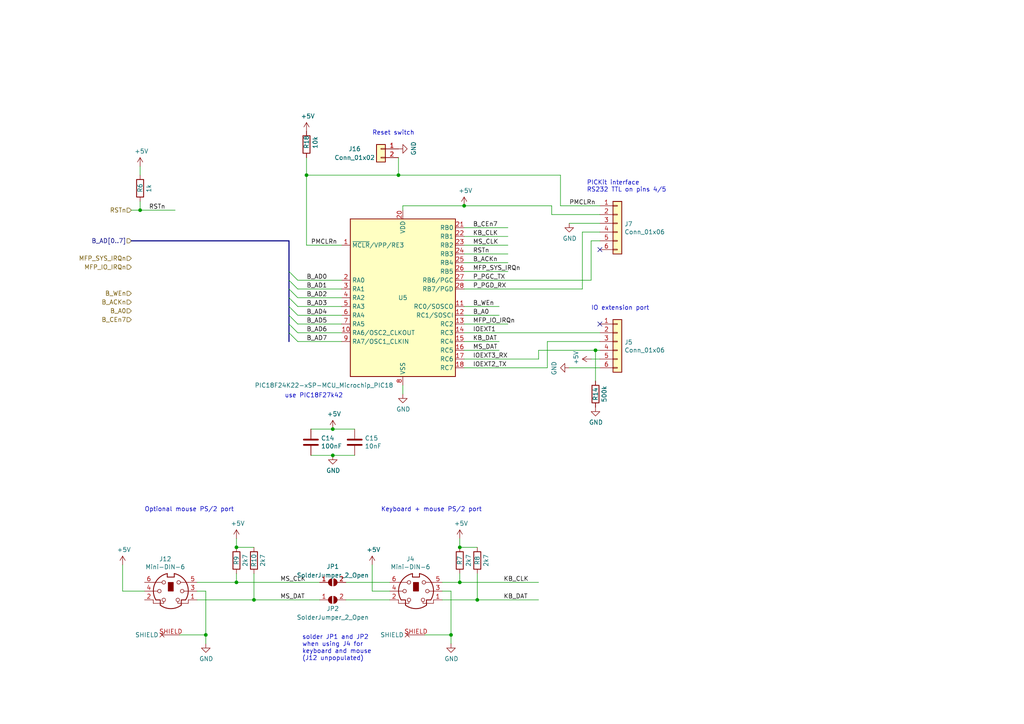
<source format=kicad_sch>
(kicad_sch (version 20211123) (generator eeschema)
  (paper "A4")
  (lib_symbols
    (symbol "Connector_Generic:Conn_01x02" (pin_names (offset 1.016) hide)
      (property "Reference" "J" (at 0 2.54 0))
      (property "Value" "Conn_01x02" (at 0 -5.08 0))
      (symbol "Conn_01x02_1_1"
        (rectangle (start -1.27 -2.413) (end 0 -2.667) (stroke (width 0.1524)))
        (rectangle (start -1.27 0.127) (end 0 -0.127) (stroke (width 0.1524)))
        (rectangle (start -1.27 1.27) (end 1.27 -3.81) (stroke (width 0.254)) (fill (type background)))
        (pin passive line (at -5.08 0 0) (length 3.81) (name "Pin_1") (number "1"))
        (pin passive line (at -5.08 -2.54 0) (length 3.81) (name "Pin_2") (number "2"))
      )
    )
    (symbol "Connector_Generic:Conn_01x06" (pin_names (offset 1.016) hide)
      (property "Reference" "J" (at 0 7.62 0))
      (property "Value" "Conn_01x06" (at 0 -10.16 0))
      (symbol "Conn_01x06_1_1"
        (rectangle (start -1.27 -7.493) (end 0 -7.747) (stroke (width 0.1524)))
        (rectangle (start -1.27 -4.953) (end 0 -5.207) (stroke (width 0.1524)))
        (rectangle (start -1.27 -2.413) (end 0 -2.667) (stroke (width 0.1524)))
        (rectangle (start -1.27 0.127) (end 0 -0.127) (stroke (width 0.1524)))
        (rectangle (start -1.27 2.667) (end 0 2.413) (stroke (width 0.1524)))
        (rectangle (start -1.27 5.207) (end 0 4.953) (stroke (width 0.1524)))
        (rectangle (start -1.27 6.35) (end 1.27 -8.89) (stroke (width 0.254)) (fill (type background)))
        (pin passive line (at -5.08 5.08 0) (length 3.81) (name "Pin_1") (number "1"))
        (pin passive line (at -5.08 2.54 0) (length 3.81) (name "Pin_2") (number "2"))
        (pin passive line (at -5.08 0 0) (length 3.81) (name "Pin_3") (number "3"))
        (pin passive line (at -5.08 -2.54 0) (length 3.81) (name "Pin_4") (number "4"))
        (pin passive line (at -5.08 -5.08 0) (length 3.81) (name "Pin_5") (number "5"))
        (pin passive line (at -5.08 -7.62 0) (length 3.81) (name "Pin_6") (number "6"))
      )
    )
    (symbol "Device:C" (pin_numbers hide) (pin_names (offset 0.254))
      (property "Reference" "C" (at 0.635 2.54 0))
      (property "Value" "C" (at 0.635 -2.54 0))
      (symbol "C_0_1"
        (polyline (pts (xy -2.032 -0.762) (xy 2.032 -0.762)) (stroke (width 0.508)))
        (polyline (pts (xy -2.032 0.762) (xy 2.032 0.762)) (stroke (width 0.508)))
      )
      (symbol "C_1_1"
        (pin passive line (at 0 3.81 270) (length 2.794) (name "~") (number "1"))
        (pin passive line (at 0 -3.81 90) (length 2.794) (name "~") (number "2"))
      )
    )
    (symbol "Device:R" (pin_numbers hide) (pin_names (offset 0))
      (property "Reference" "R" (at 2.032 0 90))
      (property "Value" "R" (at 0 0 90))
      (symbol "R_0_1"
        (rectangle (start -1.016 -2.54) (end 1.016 2.54) (stroke (width 0.254)))
      )
      (symbol "R_1_1"
        (pin passive line (at 0 3.81 270) (length 1.27) (name "~") (number "1"))
        (pin passive line (at 0 -3.81 90) (length 1.27) (name "~") (number "2"))
      )
    )
    (symbol "Jumper:SolderJumper_2_Open" (pin_names (offset 0) hide)
      (property "Reference" "JP" (at 0 2.032 0))
      (property "Value" "SolderJumper_2_Open" (at 0 -2.54 0))
      (symbol "SolderJumper_2_Open_0_1"
        (arc (start -0.254 1.016) (mid -1.27 0) (end -0.254 -1.016))
        (arc (start -0.254 1.016) (mid -1.27 0) (end -0.254 -1.016) (fill (type outline)))
        (polyline (pts (xy -0.254 1.016) (xy -0.254 -1.016)))
        (polyline (pts (xy 0.254 1.016) (xy 0.254 -1.016)))
        (arc (start 0.254 -1.016) (mid 1.27 0) (end 0.254 1.016))
        (arc (start 0.254 -1.016) (mid 1.27 0) (end 0.254 1.016) (fill (type outline)))
      )
      (symbol "SolderJumper_2_Open_1_1"
        (pin passive line (at -3.81 0 0) (length 2.54) (name "A") (number "1"))
        (pin passive line (at 3.81 0 180) (length 2.54) (name "B") (number "2"))
      )
    )
    (symbol "con_mini-DIN:Mini-DIN-6" (pin_names (offset 1.016))
      (property "Reference" "J" (at 0 6.35 0))
      (property "Value" "Mini-DIN-6" (at 0 -6.35 0))
      (symbol "Mini-DIN-6_0_1"
        (circle (center -3.302 0) (radius 0.508))
        (arc (start -3.048 -4.064) (mid 0 -5.08) (end 3.048 -4.064) (stroke (width 0.254)))
        (circle (center -2.032 -2.54) (radius 0.508))
        (circle (center -2.032 2.54) (radius 0.508))
        (arc (start -1.016 5.08) (mid -4.6243 2.1182) (end -4.318 -2.54) (stroke (width 0.254)))
        (rectangle (start -0.762 2.54) (end 0.762 0) (fill (type outline)))
        (polyline (pts (xy -3.81 0) (xy -5.08 0)))
        (polyline (pts (xy -2.54 2.54) (xy -5.08 2.54)))
        (polyline (pts (xy 2.794 2.54) (xy 5.08 2.54)))
        (polyline (pts (xy 5.08 0) (xy 3.81 0)))
        (polyline (pts (xy -4.318 -2.54) (xy -3.048 -2.54) (xy -3.048 -4.064)) (stroke (width 0.254)))
        (polyline (pts (xy 4.318 -2.54) (xy 3.048 -2.54) (xy 3.048 -4.064)) (stroke (width 0.254)))
        (polyline (pts (xy -2.032 -3.048) (xy -2.032 -3.556) (xy -5.08 -3.556) (xy -5.08 -2.54)))
        (polyline (pts (xy -1.016 5.08) (xy -1.016 4.064) (xy 1.016 4.064) (xy 1.016 5.08)) (stroke (width 0.254)))
        (polyline (pts (xy 2.032 -3.048) (xy 2.032 -3.556) (xy 5.08 -3.556) (xy 5.08 -2.54)))
        (circle (center 2.032 -2.54) (radius 0.508))
        (circle (center 2.286 2.54) (radius 0.508))
        (circle (center 3.302 0) (radius 0.508))
        (arc (start 4.318 -2.54) (mid 4.6646 2.1357) (end 1.016 5.08) (stroke (width 0.254)))
      )
      (symbol "Mini-DIN-6_1_1"
        (pin passive line (at 7.62 -2.54 180) (length 2.54) (name "~") (number "1"))
        (pin passive line (at -7.62 -2.54 0) (length 2.54) (name "~") (number "2"))
        (pin passive line (at 7.62 0 180) (length 2.54) (name "~") (number "3"))
        (pin passive line (at -7.62 0 0) (length 2.54) (name "~") (number "4"))
        (pin passive line (at 7.62 2.54 180) (length 2.54) (name "~") (number "5"))
        (pin passive line (at -7.62 2.54 0) (length 2.54) (name "~") (number "6"))
        (pin passive non_logic (at 2.54 -12.7 180) (length 5.08) (name "SHIELD") (number "SHIELD"))
      )
    )
    (symbol "pic18f24k22-xSP:PIC18F24K22-xSP-MCU_Microchip_PIC18"
      (property "Reference" "U" (at -12.7 25.4 0))
      (property "Value" "PIC18F24K22-xSP-MCU_Microchip_PIC18" (at 12.7 25.4 0))
      (symbol "PIC18F24K22-xSP-MCU_Microchip_PIC18_1_1"
        (rectangle (start -15.24 22.86) (end 15.24 -22.86) (stroke (width 0.254)) (fill (type background)))
        (pin input line (at -17.78 15.24 0) (length 2.54) (name "~{MCLR}/VPP/RE3") (number "1"))
        (pin bidirectional line (at -17.78 -10.16 0) (length 2.54) (name "RA6/OSC2_CLKOUT") (number "10"))
        (pin bidirectional line (at 17.78 -2.54 180) (length 2.54) (name "RC0/SOSCO") (number "11"))
        (pin bidirectional line (at 17.78 -5.08 180) (length 2.54) (name "RC1/SOSCI") (number "12"))
        (pin bidirectional line (at 17.78 -7.62 180) (length 2.54) (name "RC2") (number "13"))
        (pin bidirectional line (at 17.78 -10.16 180) (length 2.54) (name "RC3") (number "14"))
        (pin bidirectional line (at 17.78 -12.7 180) (length 2.54) (name "RC4") (number "15"))
        (pin bidirectional line (at 17.78 -15.24 180) (length 2.54) (name "RC5") (number "16"))
        (pin bidirectional line (at 17.78 -17.78 180) (length 2.54) (name "RC6") (number "17"))
        (pin bidirectional line (at 17.78 -20.32 180) (length 2.54) (name "RC7") (number "18"))
        (pin passive line (at 0 -25.4 90) (length 2.54) hide (name "VSS") (number "19"))
        (pin bidirectional line (at -17.78 5.08 0) (length 2.54) (name "RA0") (number "2"))
        (pin power_in line (at 0 25.4 270) (length 2.54) (name "VDD") (number "20"))
        (pin bidirectional line (at 17.78 20.32 180) (length 2.54) (name "RB0") (number "21"))
        (pin bidirectional line (at 17.78 17.78 180) (length 2.54) (name "RB1") (number "22"))
        (pin bidirectional line (at 17.78 15.24 180) (length 2.54) (name "RB2") (number "23"))
        (pin bidirectional line (at 17.78 12.7 180) (length 2.54) (name "RB3") (number "24"))
        (pin bidirectional line (at 17.78 10.16 180) (length 2.54) (name "RB4") (number "25"))
        (pin bidirectional line (at 17.78 7.62 180) (length 2.54) (name "RB5") (number "26"))
        (pin bidirectional line (at 17.78 5.08 180) (length 2.54) (name "RB6/PGC") (number "27"))
        (pin bidirectional line (at 17.78 2.54 180) (length 2.54) (name "RB7/PGD") (number "28"))
        (pin bidirectional line (at -17.78 2.54 0) (length 2.54) (name "RA1") (number "3"))
        (pin bidirectional line (at -17.78 0 0) (length 2.54) (name "RA2") (number "4"))
        (pin bidirectional line (at -17.78 -2.54 0) (length 2.54) (name "RA3") (number "5"))
        (pin bidirectional line (at -17.78 -5.08 0) (length 2.54) (name "RA4") (number "6"))
        (pin bidirectional line (at -17.78 -7.62 0) (length 2.54) (name "RA5") (number "7"))
        (pin power_in line (at 0 -25.4 90) (length 2.54) (name "VSS") (number "8"))
        (pin bidirectional line (at -17.78 -12.7 0) (length 2.54) (name "RA7/OSC1_CLKIN") (number "9"))
      )
    )
    (symbol "power:+5V" (power) (pin_names (offset 0))
      (property "Value" "+5V" (at 0 3.556 0))
      (symbol "+5V_0_1"
        (polyline (pts (xy -0.762 1.27) (xy 0 2.54)))
        (polyline (pts (xy 0 0) (xy 0 2.54)))
        (polyline (pts (xy 0 2.54) (xy 0.762 1.27)))
      )
      (symbol "+5V_1_1"
        (pin power_in line (at 0 0 90) (length 0) hide (name "+5V") (number "1"))
      )
    )
    (symbol "power:GND" (power) (pin_names (offset 0))
      (property "Value" "GND" (at 0 -3.81 0))
      (symbol "GND_0_1"
        (polyline (pts (xy 0 0) (xy 0 -1.27) (xy 1.27 -1.27) (xy 0 -2.54) (xy -1.27 -1.27) (xy 0 -1.27)))
      )
      (symbol "GND_1_1"
        (pin power_in line (at 0 0 270) (length 0) hide (name "GND") (number "1"))
      )
    )
  )
  (junction (at 133.35 168.91))
  (junction (at 96.52 124.46))
  (junction (at 134.62 59.69))
  (junction (at 59.69 184.15))
  (junction (at 133.35 158.75))
  (junction (at 172.72 101.6))
  (junction (at 68.58 168.91))
  (junction (at 96.52 132.08))
  (junction (at 138.43 173.99))
  (junction (at 115.57 50.8))
  (junction (at 88.9 50.8))
  (junction (at 68.58 158.75))
  (junction (at 130.81 184.15))
  (junction (at 40.64 60.96))
  (junction (at 73.66 173.99))
  (no_connect (at 173.99 72.39))
  (no_connect (at 173.99 93.98))
  (bus_entry (at 83.82 86.36) (size 2.54 2.54))
  (bus_entry (at 83.82 91.44) (size 2.54 2.54))
  (bus_entry (at 83.82 78.74) (size 2.54 2.54))
  (bus_entry (at 83.82 96.52) (size 2.54 2.54))
  (bus_entry (at 83.82 88.9) (size 2.54 2.54))
  (bus_entry (at 83.82 93.98) (size 2.54 2.54))
  (bus_entry (at 83.82 81.28) (size 2.54 2.54))
  (bus_entry (at 83.82 83.82) (size 2.54 2.54))
  (wire (pts (xy 165.1 106.68) (xy 173.99 106.68)))
  (wire (pts (xy 147.32 93.98) (xy 134.62 93.98)))
  (bus (pts (xy 83.82 78.74) (xy 83.82 81.28)))
  (wire (pts (xy 130.81 171.45) (xy 130.81 184.15)))
  (wire (pts (xy 134.62 96.52) (xy 173.99 96.52)))
  (bus (pts (xy 83.82 93.98) (xy 83.82 96.52)))
  (wire (pts (xy 158.75 99.06) (xy 158.75 106.68)))
  (wire (pts (xy 115.57 45.72) (xy 115.57 50.8)))
  (wire (pts (xy 116.84 59.69) (xy 134.62 59.69)))
  (wire (pts (xy 90.17 124.46) (xy 96.52 124.46)))
  (wire (pts (xy 134.62 83.82) (xy 168.91 83.82)))
  (wire (pts (xy 134.62 101.6) (xy 144.78 101.6)))
  (wire (pts (xy 162.56 50.8) (xy 115.57 50.8)))
  (bus (pts (xy 83.82 96.52) (xy 83.82 99.06)))
  (wire (pts (xy 171.45 69.85) (xy 173.99 69.85)))
  (wire (pts (xy 134.62 91.44) (xy 144.78 91.44)))
  (wire (pts (xy 52.07 184.15) (xy 59.69 184.15)))
  (wire (pts (xy 99.06 83.82) (xy 86.36 83.82)))
  (wire (pts (xy 116.84 111.76) (xy 116.84 114.3)))
  (wire (pts (xy 130.81 184.15) (xy 130.81 186.69)))
  (wire (pts (xy 134.62 99.06) (xy 144.78 99.06)))
  (wire (pts (xy 68.58 158.75) (xy 73.66 158.75)))
  (wire (pts (xy 88.9 50.8) (xy 88.9 71.12)))
  (wire (pts (xy 35.56 171.45) (xy 35.56 163.83)))
  (wire (pts (xy 57.15 171.45) (xy 59.69 171.45)))
  (wire (pts (xy 133.35 166.37) (xy 133.35 168.91)))
  (wire (pts (xy 68.58 156.21) (xy 68.58 158.75)))
  (wire (pts (xy 73.66 173.99) (xy 73.66 166.37)))
  (wire (pts (xy 172.72 101.6) (xy 172.72 110.49)))
  (wire (pts (xy 115.57 50.8) (xy 88.9 50.8)))
  (wire (pts (xy 171.45 81.28) (xy 171.45 69.85)))
  (wire (pts (xy 134.62 88.9) (xy 144.78 88.9)))
  (wire (pts (xy 73.66 173.99) (xy 92.71 173.99)))
  (wire (pts (xy 147.32 73.66) (xy 134.62 73.66)))
  (bus (pts (xy 83.82 88.9) (xy 83.82 91.44)))
  (wire (pts (xy 130.81 171.45) (xy 128.27 171.45)))
  (wire (pts (xy 96.52 132.08) (xy 102.87 132.08)))
  (wire (pts (xy 172.72 101.6) (xy 156.21 101.6)))
  (bus (pts (xy 38.1 69.85) (xy 83.82 69.85)))
  (wire (pts (xy 123.19 184.15) (xy 130.81 184.15)))
  (wire (pts (xy 138.43 158.75) (xy 133.35 158.75)))
  (wire (pts (xy 41.91 171.45) (xy 35.56 171.45)))
  (wire (pts (xy 147.32 68.58) (xy 134.62 68.58)))
  (bus (pts (xy 83.82 91.44) (xy 83.82 93.98)))
  (wire (pts (xy 156.21 101.6) (xy 156.21 104.14)))
  (wire (pts (xy 99.06 96.52) (xy 86.36 96.52)))
  (wire (pts (xy 160.02 62.23) (xy 173.99 62.23)))
  (wire (pts (xy 171.45 104.14) (xy 173.99 104.14)))
  (wire (pts (xy 147.32 76.2) (xy 134.62 76.2)))
  (wire (pts (xy 38.1 60.96) (xy 40.64 60.96)))
  (wire (pts (xy 162.56 59.69) (xy 173.99 59.69)))
  (wire (pts (xy 134.62 81.28) (xy 171.45 81.28)))
  (wire (pts (xy 138.43 173.99) (xy 156.21 173.99)))
  (wire (pts (xy 99.06 93.98) (xy 86.36 93.98)))
  (wire (pts (xy 133.35 168.91) (xy 156.21 168.91)))
  (wire (pts (xy 168.91 67.31) (xy 173.99 67.31)))
  (wire (pts (xy 40.64 60.96) (xy 40.64 58.42)))
  (wire (pts (xy 99.06 88.9) (xy 86.36 88.9)))
  (wire (pts (xy 96.52 124.46) (xy 102.87 124.46)))
  (wire (pts (xy 68.58 168.91) (xy 92.71 168.91)))
  (wire (pts (xy 128.27 173.99) (xy 138.43 173.99)))
  (wire (pts (xy 160.02 59.69) (xy 160.02 62.23)))
  (wire (pts (xy 88.9 45.72) (xy 88.9 50.8)))
  (wire (pts (xy 128.27 168.91) (xy 133.35 168.91)))
  (bus (pts (xy 83.82 86.36) (xy 83.82 88.9)))
  (wire (pts (xy 138.43 173.99) (xy 138.43 166.37)))
  (wire (pts (xy 173.99 101.6) (xy 172.72 101.6)))
  (wire (pts (xy 134.62 59.69) (xy 160.02 59.69)))
  (bus (pts (xy 83.82 81.28) (xy 83.82 83.82)))
  (wire (pts (xy 147.32 66.04) (xy 134.62 66.04)))
  (wire (pts (xy 107.95 171.45) (xy 113.03 171.45)))
  (wire (pts (xy 90.17 132.08) (xy 96.52 132.08)))
  (bus (pts (xy 83.82 83.82) (xy 83.82 86.36)))
  (wire (pts (xy 107.95 171.45) (xy 107.95 163.83)))
  (wire (pts (xy 57.15 168.91) (xy 68.58 168.91)))
  (wire (pts (xy 99.06 81.28) (xy 86.36 81.28)))
  (wire (pts (xy 116.84 60.96) (xy 116.84 59.69)))
  (wire (pts (xy 99.06 86.36) (xy 86.36 86.36)))
  (wire (pts (xy 88.9 71.12) (xy 99.06 71.12)))
  (wire (pts (xy 134.62 104.14) (xy 156.21 104.14)))
  (wire (pts (xy 133.35 158.75) (xy 133.35 156.21)))
  (wire (pts (xy 99.06 99.06) (xy 86.36 99.06)))
  (wire (pts (xy 162.56 59.69) (xy 162.56 50.8)))
  (wire (pts (xy 134.62 106.68) (xy 158.75 106.68)))
  (wire (pts (xy 100.33 173.99) (xy 113.03 173.99)))
  (wire (pts (xy 100.33 168.91) (xy 113.03 168.91)))
  (wire (pts (xy 40.64 60.96) (xy 50.8 60.96)))
  (wire (pts (xy 147.32 78.74) (xy 134.62 78.74)))
  (wire (pts (xy 158.75 99.06) (xy 173.99 99.06)))
  (bus (pts (xy 83.82 69.85) (xy 83.82 78.74)))
  (wire (pts (xy 165.1 64.77) (xy 173.99 64.77)))
  (wire (pts (xy 59.69 171.45) (xy 59.69 184.15)))
  (wire (pts (xy 147.32 71.12) (xy 134.62 71.12)))
  (wire (pts (xy 57.15 173.99) (xy 73.66 173.99)))
  (wire (pts (xy 59.69 184.15) (xy 59.69 186.69)))
  (wire (pts (xy 68.58 168.91) (xy 68.58 166.37)))
  (wire (pts (xy 99.06 91.44) (xy 86.36 91.44)))
  (wire (pts (xy 168.91 83.82) (xy 168.91 67.31)))
  (wire (pts (xy 40.64 48.26) (xy 40.64 50.8)))
  (text "use PIC18F27k42" (at 82.55 115.57 0) (effects (font (size 1.27 1.27)) (justify left bottom)))
  (text "Optional mouse PS/2 port" (at 41.91 148.59 0) (effects (font (size 1.27 1.27)) (justify left bottom)))
  (text "IO extension port" (at 171.45 90.17 0) (effects (font (size 1.27 1.27)) (justify left bottom)))
  (text "Reset switch" (at 107.95 39.37 0) (effects (font (size 1.27 1.27)) (justify left bottom)))
  (text "solder JP1 and JP2\nwhen using J4 for\nkeyboard and mouse\n(J12 unpopulated)" (at 87.63 191.77 0) (effects (font (size 1.27 1.27)) (justify left bottom)))
  (text "PICKit interface\nRS232 TTL on pins 4/5" (at 170.18 55.88 0) (effects (font (size 1.27 1.27)) (justify left bottom)))
  (text "Keyboard + mouse PS/2 port" (at 110.49 148.59 0) (effects (font (size 1.27 1.27)) (justify left bottom)))
  (label "B_AD5" (at 88.9 93.98 0))
  (label "MFP_IO_IRQn" (at 137.16 93.98 0))
  (label "B_AD2" (at 88.9 86.36 0))
  (label "B_CEn7" (at 137.16 66.04 0))
  (label "B_ACKn" (at 137.16 76.2 0))
  (label "B_AD7" (at 88.9 99.06 0))
  (label "MS_CLK" (at 137.16 71.12 0))
  (label "B_AD4" (at 88.9 91.44 0))
  (label "IOEXT2_TX" (at 137.16 106.68 0))
  (label "KB_DAT" (at 137.16 99.06 0))
  (label "P_PGD_RX" (at 137.16 83.82 0))
  (label "B_AD6" (at 88.9 96.52 0))
  (label "P_PGC_TX" (at 137.16 81.28 0))
  (label "KB_CLK" (at 146.05 168.91 0))
  (label "KB_CLK" (at 137.16 68.58 0))
  (label "IOEXT1" (at 137.16 96.52 0))
  (label "B_AD3" (at 88.9 88.9 0))
  (label "B_AD0" (at 88.9 81.28 0))
  (label "B_A0" (at 137.16 91.44 0))
  (label "KB_DAT" (at 146.05 173.99 0))
  (label "PMCLRn" (at 165.1 59.69 0))
  (label "RSTn" (at 137.16 73.66 0))
  (label "IOEXT3_RX" (at 137.16 104.14 0))
  (label "MS_DAT" (at 137.16 101.6 0))
  (label "B_WEn" (at 137.16 88.9 0))
  (label "B_AD1" (at 88.9 83.82 0))
  (label "MS_CLK" (at 81.28 168.91 0))
  (label "MFP_SYS_IRQn" (at 137.16 78.74 0))
  (label "MS_DAT" (at 81.28 173.99 0))
  (label "RSTn" (at 43.18 60.96 0))
  (label "PMCLRn" (at 90.17 71.12 0))
  (hierarchical_label "B_ACKn" (shape input) (at 38.1 87.63 180))
  (hierarchical_label "B_A0" (shape input) (at 38.1 90.17 180))
  (hierarchical_label "MFP_IO_IRQn" (shape input) (at 38.1 77.47 180))
  (hierarchical_label "B_WEn" (shape input) (at 38.1 85.09 180))
  (hierarchical_label "B_CEn7" (shape input) (at 38.1 92.71 180))
  (hierarchical_label "RSTn" (shape input) (at 38.1 60.96 180))
  (hierarchical_label "MFP_SYS_IRQn" (shape input) (at 38.1 74.93 180))
  (hierarchical_label "B_AD[0..7]" (shape input) (at 38.1 69.85 180))
  (symbol (lib_id "pic18f24k22-xSP:PIC18F24K22-xSP-MCU_Microchip_PIC18") (at 116.84 86.36 0) (unit 1)
    (property "Reference" "U5" (at 116.84 86.36 0))
    (property "Value" "PIC18F24K22-xSP-MCU_Microchip_PIC18" (at 93.98 111.76 0))
    (property "Footprint" "Housings_DIP:DIP-28_W7.62mm_Socket" (effects hide))
  )
  (symbol (lib_id "power:GND") (at 172.72 118.11 0) (unit 1)
    (property "Reference" "#PWR0113" (effects hide))
    (property "Value" "GND" (at 172.847 122.5042 0))
  )
  (symbol (lib_id "Device:R") (at 172.72 114.3 180) (unit 1)
    (property "Reference" "R14" (at 172.72 114.3 90))
    (property "Value" "500k" (at 175.26 114.3 90))
    (property "Footprint" "Resistor_THT:R_Axial_DIN0204_L3.6mm_D1.6mm_P7.62mm_Horizontal" (effects hide))
  )
  (symbol (lib_id "Device:C") (at 90.17 128.27 0) (unit 1)
    (property "Reference" "C14" (at 93.091 127.1016 0) (effects (justify left)))
    (property "Value" "100nF" (at 93.091 129.413 0) (effects (justify left)))
    (property "Footprint" "Capacitors_ThroughHole:C_Disc_D4.3mm_W1.9mm_P5.00mm" (effects hide))
  )
  (symbol (lib_id "Device:C") (at 102.87 128.27 0) (unit 1)
    (property "Reference" "C15" (at 105.791 127.1016 0) (effects (justify left)))
    (property "Value" "10nF" (at 105.791 129.413 0) (effects (justify left)))
    (property "Footprint" "Capacitors_ThroughHole:C_Disc_D4.3mm_W1.9mm_P5.00mm" (effects hide))
  )
  (symbol (lib_id "power:GND") (at 96.52 132.08 0) (unit 1)
    (property "Reference" "#PWR042" (effects hide))
    (property "Value" "GND" (at 96.647 136.4742 0))
  )
  (symbol (lib_id "power:+5V") (at 96.52 124.46 0) (unit 1)
    (property "Reference" "#PWR041" (effects hide))
    (property "Value" "+5V" (at 96.901 120.0658 0))
  )
  (symbol (lib_id "Connector_Generic:Conn_01x06") (at 179.07 64.77 0) (unit 1)
    (property "Reference" "J7" (at 181.102 64.9732 0) (effects (justify left)))
    (property "Value" "Conn_01x06" (at 181.102 67.2846 0) (effects (justify left)))
    (property "Footprint" "Pin_Headers:PinHeader_1x06_P2.54mm_Vertical" (effects hide))
  )
  (symbol (lib_id "power:+5V") (at 134.62 59.69 0) (unit 1)
    (property "Reference" "#PWR037" (effects hide))
    (property "Value" "+5V" (at 135.001 55.2958 0))
  )
  (symbol (lib_id "power:GND") (at 165.1 64.77 0) (unit 1)
    (property "Reference" "#PWR040" (effects hide))
    (property "Value" "GND" (at 165.227 69.1642 0))
  )
  (symbol (lib_id "Device:R") (at 40.64 54.61 0) (unit 1)
    (property "Reference" "R6" (at 40.64 55.88 90) (effects (justify left)))
    (property "Value" "1k" (at 43.18 55.88 90) (effects (justify left)))
    (property "Footprint" "Resistor_THT:R_Axial_DIN0204_L3.6mm_D1.6mm_P7.62mm_Horizontal" (effects hide))
  )
  (symbol (lib_id "power:+5V") (at 40.64 48.26 0) (unit 1)
    (property "Reference" "#PWR031" (effects hide))
    (property "Value" "+5V" (at 41.021 43.8658 0))
  )
  (symbol (lib_id "power:+5V") (at 107.95 163.83 0) (unit 1)
    (property "Reference" "#PWR030" (effects hide))
    (property "Value" "+5V" (at 108.331 159.4358 0))
  )
  (symbol (lib_id "power:GND") (at 130.81 186.69 0) (unit 1)
    (property "Reference" "#PWR032" (effects hide))
    (property "Value" "GND" (at 130.937 191.0842 0))
  )
  (symbol (lib_id "Device:R") (at 133.35 162.56 180) (unit 1)
    (property "Reference" "R7" (at 133.35 162.56 90))
    (property "Value" "2k7" (at 135.89 162.56 90))
    (property "Footprint" "Resistor_THT:R_Axial_DIN0204_L3.6mm_D1.6mm_P2.54mm_Vertical" (effects hide))
  )
  (symbol (lib_id "Device:R") (at 138.43 162.56 180) (unit 1)
    (property "Reference" "R8" (at 138.43 162.56 90))
    (property "Value" "2k7" (at 140.97 162.56 90))
    (property "Footprint" "Resistor_THT:R_Axial_DIN0204_L3.6mm_D1.6mm_P2.54mm_Vertical" (effects hide))
  )
  (symbol (lib_id "Device:R") (at 68.58 162.56 180) (unit 1)
    (property "Reference" "R9" (at 68.58 162.56 90))
    (property "Value" "2k7" (at 71.12 162.56 90))
    (property "Footprint" "Resistor_THT:R_Axial_DIN0204_L3.6mm_D1.6mm_P2.54mm_Vertical" (effects hide))
  )
  (symbol (lib_id "Device:R") (at 73.66 162.56 180) (unit 1)
    (property "Reference" "R10" (at 73.66 162.56 90))
    (property "Value" "2k7" (at 76.2 162.56 90))
    (property "Footprint" "Resistor_THT:R_Axial_DIN0204_L3.6mm_D1.6mm_P2.54mm_Vertical" (effects hide))
  )
  (symbol (lib_id "power:+5V") (at 133.35 156.21 0) (unit 1)
    (property "Reference" "#PWR033" (effects hide))
    (property "Value" "+5V" (at 133.731 151.8158 0))
  )
  (symbol (lib_id "power:+5V") (at 68.58 156.21 0) (unit 1)
    (property "Reference" "#PWR036" (effects hide))
    (property "Value" "+5V" (at 68.961 151.8158 0))
  )
  (symbol (lib_id "power:GND") (at 116.84 114.3 0) (unit 1)
    (property "Reference" "#PWR0101" (effects hide))
    (property "Value" "GND" (at 116.967 118.6942 0))
  )
  (symbol (lib_id "power:+5V") (at 88.9 38.1 0) (unit 1)
    (property "Reference" "#PWR0110" (effects hide))
    (property "Value" "+5V" (at 89.281 33.7058 0))
  )
  (symbol (lib_id "Device:R") (at 88.9 41.91 0) (unit 1)
    (property "Reference" "R18" (at 88.9 43.18 90) (effects (justify left)))
    (property "Value" "10k" (at 91.44 43.18 90) (effects (justify left)))
    (property "Footprint" "Resistor_THT:R_Axial_DIN0204_L3.6mm_D1.6mm_P7.62mm_Horizontal" (effects hide))
  )
  (symbol (lib_id "Connector_Generic:Conn_01x02") (at 110.49 43.18 0) (mirror y) (unit 1)
    (property "Reference" "J16" (at 102.87 43.18 0))
    (property "Value" "Conn_01x02" (at 102.87 45.72 0))
    (property "Footprint" "Connector_PinHeader_2.54mm:PinHeader_1x02_P2.54mm_Vertical" (effects hide))
  )
  (symbol (lib_id "power:GND") (at 115.57 43.18 90) (unit 1)
    (property "Reference" "#PWR0111" (effects hide))
    (property "Value" "GND" (at 119.9642 43.053 0))
  )
  (symbol (lib_id "con_mini-DIN:Mini-DIN-6") (at 120.65 171.45 0) (unit 1)
    (property "Reference" "J4" (at 119.0498 162.1282 0))
    (property "Value" "Mini-DIN-6" (at 119.0498 164.4396 0))
    (property "Footprint" "ps2:mini-DIN_6_PS2" (effects hide))
    (property "Datasheet" "http://service.powerdynamics.com/ec/Catalog17/Section%2011.pdf" (effects hide))
  )
  (symbol (lib_id "power:GND") (at 165.1 106.68 270) (unit 1)
    (property "Reference" "#PWR0127" (effects hide))
    (property "Value" "GND" (at 160.7058 106.807 0))
  )
  (symbol (lib_id "power:+5V") (at 171.45 104.14 90) (unit 1)
    (property "Reference" "#PWR0128" (effects hide))
    (property "Value" "+5V" (at 167.0558 103.759 0))
  )
  (symbol (lib_id "power:+5V") (at 35.56 163.83 0) (unit 1)
    (property "Reference" "#PWR0129" (effects hide))
    (property "Value" "+5V" (at 35.941 159.4358 0))
  )
  (symbol (lib_id "con_mini-DIN:Mini-DIN-6") (at 49.53 171.45 0) (unit 1)
    (property "Reference" "J12" (at 47.9298 162.1282 0))
    (property "Value" "Mini-DIN-6" (at 47.9298 164.4396 0))
    (property "Footprint" "ps2:mini-DIN_6_PS2" (effects hide))
    (property "Datasheet" "http://service.powerdynamics.com/ec/Catalog17/Section%2011.pdf" (effects hide))
  )
  (symbol (lib_id "power:GND") (at 59.69 186.69 0) (unit 1)
    (property "Reference" "#PWR0130" (effects hide))
    (property "Value" "GND" (at 59.817 191.0842 0))
  )
  (symbol (lib_id "Connector_Generic:Conn_01x06") (at 179.07 99.06 0) (unit 1)
    (property "Reference" "J5" (at 181.102 99.2632 0) (effects (justify left)))
    (property "Value" "Conn_01x06" (at 181.102 101.5746 0) (effects (justify left)))
    (property "Footprint" "Pin_Headers:PinHeader_1x06_P2.54mm_Vertical" (effects hide))
  )
  (symbol (lib_id "Jumper:SolderJumper_2_Open") (at 96.52 168.91 0) (unit 1)
    (property "Reference" "JP1" (at 96.52 164.3212 0))
    (property "Value" "SolderJumper_2_Open" (at 96.52 166.8581 0))
    (property "Footprint" "Jumper:SolderJumper-2_P1.3mm_Open_RoundedPad1.0x1.5mm" (effects hide))
  )
  (symbol (lib_id "Jumper:SolderJumper_2_Open") (at 96.52 173.99 0) (unit 1)
    (property "Reference" "JP2" (at 96.52 176.53 0))
    (property "Value" "SolderJumper_2_Open" (at 96.52 179.07 0))
    (property "Footprint" "Jumper:SolderJumper-2_P1.3mm_Open_RoundedPad1.0x1.5mm" (effects hide))
  )
)
</source>
